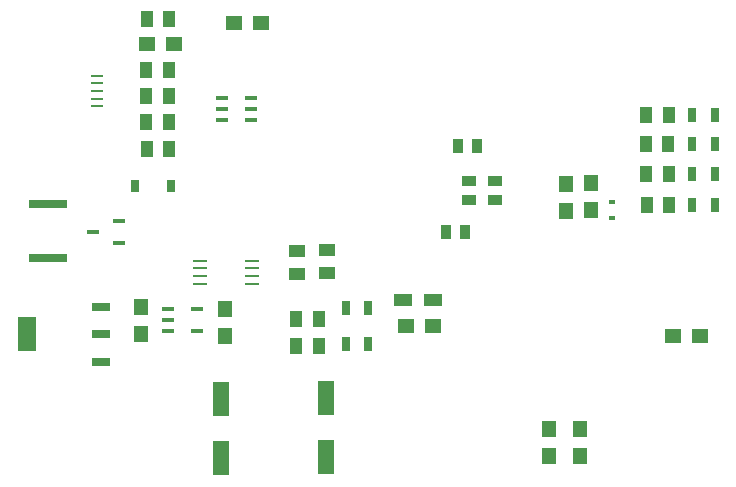
<source format=gtp>
G04 DesignSpark PCB Gerber Version 12.0 Build 5942*
%FSLAX35Y35*%
%MOMM*%
%ADD108R,0.10000X1.27500*%
%ADD102R,0.65000X1.00000*%
%ADD100R,0.70000X1.20000*%
%ADD110R,0.82000X1.27000*%
%ADD99R,1.09540X1.32400*%
%ADD98R,1.19700X1.32400*%
%ADD95R,1.40000X3.00000*%
%ADD97R,1.55000X3.00000*%
%ADD107R,1.27500X0.10000*%
%ADD105R,1.00000X0.25000*%
%ADD103R,1.20000X0.25000*%
%ADD101R,1.00000X0.40000*%
%ADD113R,0.50000X0.45000*%
%ADD106R,3.23000X0.65000*%
%ADD96R,1.55000X0.75000*%
%ADD109R,1.20000X0.90000*%
%ADD104R,1.32400X1.09540*%
%ADD112R,1.60000X1.10000*%
%ADD111R,1.32400X1.19700*%
X0Y0D02*
D02*
D95*
X44152050Y43779270D03*
Y44279270D03*
X45038050Y43782270D03*
Y44282270D03*
D02*
D96*
X43137050Y44592270D03*
Y44822270D03*
Y45052270D03*
D02*
D97*
X42507050Y44822270D03*
D02*
D98*
X43476050Y44824970D03*
Y45053570D03*
X44185550Y44810970D03*
Y45039570D03*
X46928050Y43791970D03*
Y44020570D03*
X47071050Y45870970D03*
Y46099570D03*
X47188050Y43790970D03*
Y44019570D03*
X47282050Y45872970D03*
Y46101570D03*
D02*
D99*
X43520800Y46620270D03*
Y46842270D03*
Y47064270D03*
X43523800Y46394270D03*
Y47495270D03*
X43711300Y46620270D03*
Y46842270D03*
Y47064270D03*
X43714300Y46394270D03*
Y47495270D03*
X44790300Y44727770D03*
Y44950270D03*
X44980800Y44727770D03*
Y44950270D03*
X47747800Y46432770D03*
X47752800Y46177770D03*
Y46682770D03*
X47755300Y45920270D03*
X47938300Y46432770D03*
X47943300Y46177770D03*
Y46682770D03*
X47945800Y45920270D03*
D02*
D100*
X45208050Y44740270D03*
Y45050270D03*
X45398050Y44740270D03*
Y45050270D03*
X48140550Y45920270D03*
X48140560Y46180270D03*
X48143050Y46432770D03*
Y46682770D03*
X48330550Y45920270D03*
X48330560Y46180270D03*
X48333050Y46432770D03*
Y46682770D03*
D02*
D101*
X43070050Y45692270D03*
X43290050Y45597270D03*
Y45787270D03*
X43702050Y44849270D03*
Y44944270D03*
Y45039270D03*
X43952050Y44849270D03*
Y45039270D03*
X44158050Y46637770D03*
Y46732770D03*
Y46827770D03*
X44408050Y46637770D03*
Y46732770D03*
Y46827770D03*
D02*
D102*
X43425550Y46080270D03*
X43730550D03*
D02*
D103*
X43975050Y45251770D03*
Y45316770D03*
Y45381770D03*
Y45446770D03*
X44415050Y45251770D03*
Y45316770D03*
Y45381770D03*
Y45446770D03*
D02*
D104*
X44792050Y45336020D03*
Y45526520D03*
X45051050Y45344020D03*
Y45534520D03*
D02*
D105*
X43100550Y46752770D03*
Y46817770D03*
Y46882770D03*
Y46947770D03*
Y47012770D03*
D02*
D106*
X42689050Y45469270D03*
Y45929270D03*
D02*
D107*
X46438250Y44531270D03*
Y44581270D03*
Y44631270D03*
Y44681270D03*
Y44731270D03*
Y44781270D03*
Y44831270D03*
Y44881270D03*
Y44931270D03*
Y44981270D03*
Y45031270D03*
Y45081270D03*
Y45131270D03*
Y45181270D03*
Y45231270D03*
Y45281270D03*
X47585850Y44531270D03*
Y44581270D03*
Y44631270D03*
Y44681270D03*
Y44731270D03*
Y44781270D03*
Y44831270D03*
Y44881270D03*
Y44931270D03*
Y44981270D03*
Y45031270D03*
Y45081270D03*
Y45131270D03*
Y45181270D03*
Y45231270D03*
Y45281270D03*
D02*
D108*
X46637050Y44332470D03*
Y45480070D03*
X46687050Y44332470D03*
Y45480070D03*
X46737050Y44332470D03*
Y45480070D03*
X46787050Y44332470D03*
Y45480070D03*
X46837050Y44332470D03*
Y45480070D03*
X46887050Y44332470D03*
Y45480070D03*
X46937050Y44332470D03*
Y45480070D03*
X46987050Y44332470D03*
Y45480070D03*
X47037050Y44332470D03*
Y45480070D03*
X47087050Y44332470D03*
Y45480070D03*
X47137050Y44332470D03*
Y45480070D03*
X47187050Y44332470D03*
Y45480070D03*
X47237050Y44332470D03*
Y45480070D03*
X47287050Y44332470D03*
Y45480070D03*
X47337050Y44332470D03*
Y45480070D03*
X47387050Y44332470D03*
Y45480070D03*
D02*
D109*
X46248050Y45963270D03*
Y46123270D03*
X46468050Y45963270D03*
Y46123270D03*
D02*
D110*
X46055550Y45692770D03*
X46158050Y46420270D03*
X46215550Y45692770D03*
X46318050Y46420270D03*
D02*
D111*
X43527750Y47279270D03*
X43756350D03*
X44261250Y47455270D03*
X44489850D03*
X45717750Y44890270D03*
X45946350D03*
X47976750Y44806270D03*
X48205350D03*
D02*
D112*
X45689050Y45116270D03*
X45949050D03*
D02*
D113*
X47464550Y45810270D03*
Y45945270D03*
X0Y0D02*
M02*

</source>
